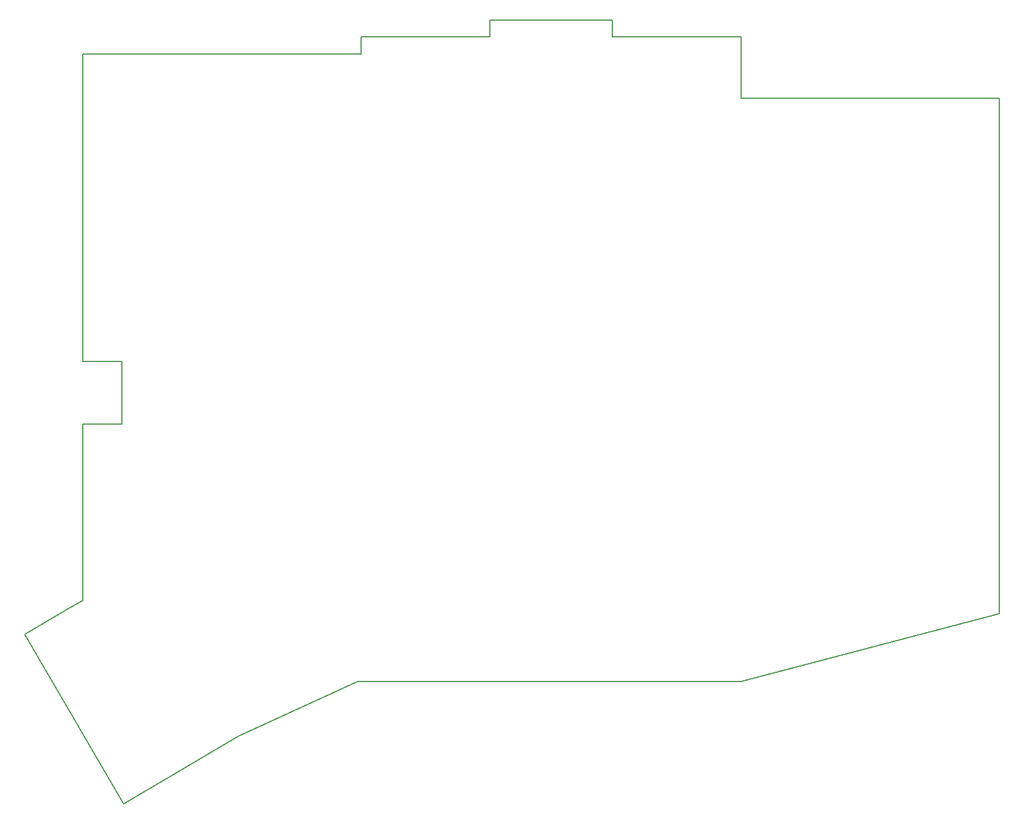
<source format=gm1>
G04 #@! TF.GenerationSoftware,KiCad,Pcbnew,9.0.0*
G04 #@! TF.CreationDate,2025-03-22T23:19:34+08:00*
G04 #@! TF.ProjectId,SofleKeyboard,536f666c-654b-4657-9962-6f6172642e6b,rev?*
G04 #@! TF.SameCoordinates,Original*
G04 #@! TF.FileFunction,Profile,NP*
%FSLAX46Y46*%
G04 Gerber Fmt 4.6, Leading zero omitted, Abs format (unit mm)*
G04 Created by KiCad (PCBNEW 9.0.0) date 2025-03-22 23:19:34*
%MOMM*%
%LPD*%
G01*
G04 APERTURE LIST*
G04 #@! TA.AperFunction,Profile*
%ADD10C,0.150000*%
G04 #@! TD*
G04 APERTURE END LIST*
D10*
X130730000Y-40552000D02*
X111230000Y-40552000D01*
X149730000Y-38052000D02*
X130730000Y-38052000D01*
X149730000Y-35552000D02*
X149730000Y-38052000D01*
X89730000Y-100552000D02*
X89730000Y-121052000D01*
X224730000Y-47052000D02*
X186730000Y-47052000D01*
X167730000Y-35552000D02*
X149730000Y-35552000D01*
X186730000Y-47052000D02*
X186730000Y-38052000D01*
X95530000Y-95132000D02*
X89730000Y-95132000D01*
X89730000Y-95132000D02*
X89730000Y-100552000D01*
X112730000Y-141052000D02*
X130230000Y-133052000D01*
X130230000Y-133052000D02*
X186730000Y-133052000D01*
X224730000Y-123052000D02*
X224730000Y-47052000D01*
X186730000Y-133052000D02*
X224730000Y-123052000D01*
X111230000Y-40552000D02*
X89730000Y-40552000D01*
X130730000Y-38052000D02*
X130730000Y-40552000D01*
X167730000Y-38052000D02*
X167730000Y-35552000D01*
X89730000Y-85891000D02*
X95530000Y-85891000D01*
X81230000Y-126052000D02*
X95730000Y-151052000D01*
X89730000Y-121052000D02*
X87230000Y-122552000D01*
X95730000Y-151052000D02*
X112730000Y-141052000D01*
X95530000Y-85891000D02*
X95530000Y-95132000D01*
X89730000Y-40552000D02*
X89730000Y-85891000D01*
X186730000Y-38052000D02*
X167730000Y-38052000D01*
X87230000Y-122552000D02*
X81230000Y-126052000D01*
M02*

</source>
